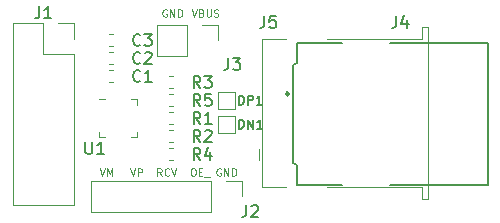
<source format=gbr>
%TF.GenerationSoftware,KiCad,Pcbnew,5.1.6-c6e7f7d~86~ubuntu18.04.1*%
%TF.CreationDate,2021-07-01T18:37:21-07:00*%
%TF.ProjectId,usb_combo_pmod,7573625f-636f-46d6-926f-5f706d6f642e,rev?*%
%TF.SameCoordinates,Original*%
%TF.FileFunction,Legend,Top*%
%TF.FilePolarity,Positive*%
%FSLAX46Y46*%
G04 Gerber Fmt 4.6, Leading zero omitted, Abs format (unit mm)*
G04 Created by KiCad (PCBNEW 5.1.6-c6e7f7d~86~ubuntu18.04.1) date 2021-07-01 18:37:21*
%MOMM*%
%LPD*%
G01*
G04 APERTURE LIST*
%ADD10C,0.114300*%
%ADD11C,0.120000*%
%ADD12C,0.240000*%
%ADD13C,0.127000*%
%ADD14C,0.150000*%
G04 APERTURE END LIST*
D10*
X110768190Y-68516500D02*
X110707714Y-68486261D01*
X110617000Y-68486261D01*
X110526285Y-68516500D01*
X110465809Y-68576976D01*
X110435571Y-68637452D01*
X110405333Y-68758404D01*
X110405333Y-68849119D01*
X110435571Y-68970071D01*
X110465809Y-69030547D01*
X110526285Y-69091023D01*
X110617000Y-69121261D01*
X110677476Y-69121261D01*
X110768190Y-69091023D01*
X110798428Y-69060785D01*
X110798428Y-68849119D01*
X110677476Y-68849119D01*
X111070571Y-69121261D02*
X111070571Y-68486261D01*
X111433428Y-69121261D01*
X111433428Y-68486261D01*
X111735809Y-69121261D02*
X111735809Y-68486261D01*
X111887000Y-68486261D01*
X111977714Y-68516500D01*
X112038190Y-68576976D01*
X112068428Y-68637452D01*
X112098666Y-68758404D01*
X112098666Y-68849119D01*
X112068428Y-68970071D01*
X112038190Y-69030547D01*
X111977714Y-69091023D01*
X111887000Y-69121261D01*
X111735809Y-69121261D01*
X112881833Y-68486261D02*
X113093500Y-69121261D01*
X113305166Y-68486261D01*
X113728500Y-68788642D02*
X113819214Y-68818880D01*
X113849452Y-68849119D01*
X113879690Y-68909595D01*
X113879690Y-69000309D01*
X113849452Y-69060785D01*
X113819214Y-69091023D01*
X113758738Y-69121261D01*
X113516833Y-69121261D01*
X113516833Y-68486261D01*
X113728500Y-68486261D01*
X113788976Y-68516500D01*
X113819214Y-68546738D01*
X113849452Y-68607214D01*
X113849452Y-68667690D01*
X113819214Y-68728166D01*
X113788976Y-68758404D01*
X113728500Y-68788642D01*
X113516833Y-68788642D01*
X114151833Y-68486261D02*
X114151833Y-69000309D01*
X114182071Y-69060785D01*
X114212309Y-69091023D01*
X114272785Y-69121261D01*
X114393738Y-69121261D01*
X114454214Y-69091023D01*
X114484452Y-69060785D01*
X114514690Y-69000309D01*
X114514690Y-68486261D01*
X114786833Y-69091023D02*
X114877547Y-69121261D01*
X115028738Y-69121261D01*
X115089214Y-69091023D01*
X115119452Y-69060785D01*
X115149690Y-69000309D01*
X115149690Y-68939833D01*
X115119452Y-68879357D01*
X115089214Y-68849119D01*
X115028738Y-68818880D01*
X114907785Y-68788642D01*
X114847309Y-68758404D01*
X114817071Y-68728166D01*
X114786833Y-68667690D01*
X114786833Y-68607214D01*
X114817071Y-68546738D01*
X114847309Y-68516500D01*
X114907785Y-68486261D01*
X115058976Y-68486261D01*
X115149690Y-68516500D01*
X115340190Y-81978500D02*
X115279714Y-81948261D01*
X115189000Y-81948261D01*
X115098285Y-81978500D01*
X115037809Y-82038976D01*
X115007571Y-82099452D01*
X114977333Y-82220404D01*
X114977333Y-82311119D01*
X115007571Y-82432071D01*
X115037809Y-82492547D01*
X115098285Y-82553023D01*
X115189000Y-82583261D01*
X115249476Y-82583261D01*
X115340190Y-82553023D01*
X115370428Y-82522785D01*
X115370428Y-82311119D01*
X115249476Y-82311119D01*
X115642571Y-82583261D02*
X115642571Y-81948261D01*
X116005428Y-82583261D01*
X116005428Y-81948261D01*
X116307809Y-82583261D02*
X116307809Y-81948261D01*
X116459000Y-81948261D01*
X116549714Y-81978500D01*
X116610190Y-82038976D01*
X116640428Y-82099452D01*
X116670666Y-82220404D01*
X116670666Y-82311119D01*
X116640428Y-82432071D01*
X116610190Y-82492547D01*
X116549714Y-82553023D01*
X116459000Y-82583261D01*
X116307809Y-82583261D01*
X112948357Y-81948261D02*
X113069309Y-81948261D01*
X113129785Y-81978500D01*
X113190261Y-82038976D01*
X113220500Y-82159928D01*
X113220500Y-82371595D01*
X113190261Y-82492547D01*
X113129785Y-82553023D01*
X113069309Y-82583261D01*
X112948357Y-82583261D01*
X112887880Y-82553023D01*
X112827404Y-82492547D01*
X112797166Y-82371595D01*
X112797166Y-82159928D01*
X112827404Y-82038976D01*
X112887880Y-81978500D01*
X112948357Y-81948261D01*
X113492642Y-82250642D02*
X113704309Y-82250642D01*
X113795023Y-82583261D02*
X113492642Y-82583261D01*
X113492642Y-81948261D01*
X113795023Y-81948261D01*
X113915976Y-82643738D02*
X114399785Y-82643738D01*
X110350904Y-82583261D02*
X110139238Y-82280880D01*
X109988047Y-82583261D02*
X109988047Y-81948261D01*
X110229952Y-81948261D01*
X110290428Y-81978500D01*
X110320666Y-82008738D01*
X110350904Y-82069214D01*
X110350904Y-82159928D01*
X110320666Y-82220404D01*
X110290428Y-82250642D01*
X110229952Y-82280880D01*
X109988047Y-82280880D01*
X110985904Y-82522785D02*
X110955666Y-82553023D01*
X110864952Y-82583261D01*
X110804476Y-82583261D01*
X110713761Y-82553023D01*
X110653285Y-82492547D01*
X110623047Y-82432071D01*
X110592809Y-82311119D01*
X110592809Y-82220404D01*
X110623047Y-82099452D01*
X110653285Y-82038976D01*
X110713761Y-81978500D01*
X110804476Y-81948261D01*
X110864952Y-81948261D01*
X110955666Y-81978500D01*
X110985904Y-82008738D01*
X111167333Y-81948261D02*
X111379000Y-82583261D01*
X111590666Y-81948261D01*
X107674833Y-81948261D02*
X107886500Y-82583261D01*
X108098166Y-81948261D01*
X108309833Y-82583261D02*
X108309833Y-81948261D01*
X108551738Y-81948261D01*
X108612214Y-81978500D01*
X108642452Y-82008738D01*
X108672690Y-82069214D01*
X108672690Y-82159928D01*
X108642452Y-82220404D01*
X108612214Y-82250642D01*
X108551738Y-82280880D01*
X108309833Y-82280880D01*
X105089476Y-81948261D02*
X105301142Y-82583261D01*
X105512809Y-81948261D01*
X105724476Y-82583261D02*
X105724476Y-81948261D01*
X105936142Y-82401833D01*
X106147809Y-81948261D01*
X106147809Y-82583261D01*
D11*
%TO.C,J1*%
X102930000Y-69663000D02*
X101600000Y-69663000D01*
X102930000Y-70993000D02*
X102930000Y-69663000D01*
X100330000Y-69663000D02*
X97730000Y-69663000D01*
X100330000Y-72263000D02*
X100330000Y-69663000D01*
X102930000Y-72263000D02*
X100330000Y-72263000D01*
X97730000Y-69663000D02*
X97730000Y-85023000D01*
X102930000Y-72263000D02*
X102930000Y-85023000D01*
X102930000Y-85023000D02*
X97730000Y-85023000D01*
%TO.C,U1*%
X105512000Y-76114000D02*
X105037000Y-76114000D01*
X108257000Y-79334000D02*
X108257000Y-78859000D01*
X107782000Y-79334000D02*
X108257000Y-79334000D01*
X105037000Y-79334000D02*
X105037000Y-78859000D01*
X105512000Y-79334000D02*
X105037000Y-79334000D01*
X108257000Y-76114000D02*
X108257000Y-76589000D01*
X107782000Y-76114000D02*
X108257000Y-76114000D01*
%TO.C,R5*%
X111282267Y-75690000D02*
X110939733Y-75690000D01*
X111282267Y-76710000D02*
X110939733Y-76710000D01*
%TO.C,R4*%
X111282267Y-80262000D02*
X110939733Y-80262000D01*
X111282267Y-81282000D02*
X110939733Y-81282000D01*
%TO.C,R3*%
X111282267Y-74166000D02*
X110939733Y-74166000D01*
X111282267Y-75186000D02*
X110939733Y-75186000D01*
%TO.C,R2*%
X111282267Y-78738000D02*
X110939733Y-78738000D01*
X111282267Y-79758000D02*
X110939733Y-79758000D01*
%TO.C,R1*%
X111282267Y-77214000D02*
X110939733Y-77214000D01*
X111282267Y-78234000D02*
X110939733Y-78234000D01*
%TO.C,J5*%
X132878000Y-84522000D02*
X132878000Y-70022000D01*
X132878000Y-70022000D02*
X132378000Y-70022000D01*
X132378000Y-70022000D02*
X132378000Y-71022000D01*
X132378000Y-71022000D02*
X124378000Y-71022000D01*
X120878000Y-71022000D02*
X118878000Y-71022000D01*
X118878000Y-71022000D02*
X118878000Y-83522000D01*
X118878000Y-83522000D02*
X120878000Y-83522000D01*
X124378000Y-83522000D02*
X132378000Y-83522000D01*
X132378000Y-83522000D02*
X132378000Y-84522000D01*
X132378000Y-84522000D02*
X132878000Y-84522000D01*
X118628000Y-81272000D02*
X118628000Y-80272000D01*
D12*
%TO.C,J4*%
X121116000Y-75643000D02*
G75*
G03*
X121116000Y-75643000I-120000J0D01*
G01*
D13*
X125646000Y-83343000D02*
X121846000Y-83343000D01*
X137946000Y-83343000D02*
X129646000Y-83343000D01*
X137946000Y-71343000D02*
X137946000Y-83343000D01*
X129646000Y-71343000D02*
X137946000Y-71343000D01*
X121846000Y-71343000D02*
X125646000Y-71343000D01*
X121846000Y-72993000D02*
X121846000Y-71343000D01*
X121446000Y-73193000D02*
X121846000Y-72993000D01*
X121446000Y-81493000D02*
X121446000Y-73193000D01*
X121846000Y-81693000D02*
X121446000Y-81493000D01*
X121846000Y-83343000D02*
X121846000Y-81693000D01*
D11*
%TO.C,J3*%
X115122000Y-69790000D02*
X115122000Y-71120000D01*
X113792000Y-69790000D02*
X115122000Y-69790000D01*
X112522000Y-69790000D02*
X112522000Y-72450000D01*
X112522000Y-72450000D02*
X109922000Y-72450000D01*
X112522000Y-69790000D02*
X109922000Y-69790000D01*
X109922000Y-69790000D02*
X109922000Y-72450000D01*
%TO.C,J2*%
X117154000Y-82998000D02*
X117154000Y-84328000D01*
X115824000Y-82998000D02*
X117154000Y-82998000D01*
X114554000Y-82998000D02*
X114554000Y-85658000D01*
X114554000Y-85658000D02*
X104334000Y-85658000D01*
X114554000Y-82998000D02*
X104334000Y-82998000D01*
X104334000Y-82998000D02*
X104334000Y-85658000D01*
%TO.C,DP1*%
X115124000Y-76900000D02*
X115124000Y-75500000D01*
X116524000Y-76900000D02*
X115124000Y-76900000D01*
X116524000Y-75500000D02*
X116524000Y-76900000D01*
X115124000Y-75500000D02*
X116524000Y-75500000D01*
%TO.C,DN1*%
X115124000Y-78932000D02*
X115124000Y-77532000D01*
X116524000Y-78932000D02*
X115124000Y-78932000D01*
X116524000Y-77532000D02*
X116524000Y-78932000D01*
X115124000Y-77532000D02*
X116524000Y-77532000D01*
%TO.C,C3*%
X106202267Y-70610000D02*
X105859733Y-70610000D01*
X106202267Y-71630000D02*
X105859733Y-71630000D01*
%TO.C,C2*%
X106202267Y-72134000D02*
X105859733Y-72134000D01*
X106202267Y-73154000D02*
X105859733Y-73154000D01*
%TO.C,C1*%
X105859733Y-74678000D02*
X106202267Y-74678000D01*
X105859733Y-73658000D02*
X106202267Y-73658000D01*
%TO.C,J1*%
D14*
X99996666Y-68242380D02*
X99996666Y-68956666D01*
X99949047Y-69099523D01*
X99853809Y-69194761D01*
X99710952Y-69242380D01*
X99615714Y-69242380D01*
X100996666Y-69242380D02*
X100425238Y-69242380D01*
X100710952Y-69242380D02*
X100710952Y-68242380D01*
X100615714Y-68385238D01*
X100520476Y-68480476D01*
X100425238Y-68528095D01*
%TO.C,U1*%
X103886095Y-79716380D02*
X103886095Y-80525904D01*
X103933714Y-80621142D01*
X103981333Y-80668761D01*
X104076571Y-80716380D01*
X104267047Y-80716380D01*
X104362285Y-80668761D01*
X104409904Y-80621142D01*
X104457523Y-80525904D01*
X104457523Y-79716380D01*
X105457523Y-80716380D02*
X104886095Y-80716380D01*
X105171809Y-80716380D02*
X105171809Y-79716380D01*
X105076571Y-79859238D01*
X104981333Y-79954476D01*
X104886095Y-80002095D01*
%TO.C,R5*%
X113625333Y-76652380D02*
X113292000Y-76176190D01*
X113053904Y-76652380D02*
X113053904Y-75652380D01*
X113434857Y-75652380D01*
X113530095Y-75700000D01*
X113577714Y-75747619D01*
X113625333Y-75842857D01*
X113625333Y-75985714D01*
X113577714Y-76080952D01*
X113530095Y-76128571D01*
X113434857Y-76176190D01*
X113053904Y-76176190D01*
X114530095Y-75652380D02*
X114053904Y-75652380D01*
X114006285Y-76128571D01*
X114053904Y-76080952D01*
X114149142Y-76033333D01*
X114387238Y-76033333D01*
X114482476Y-76080952D01*
X114530095Y-76128571D01*
X114577714Y-76223809D01*
X114577714Y-76461904D01*
X114530095Y-76557142D01*
X114482476Y-76604761D01*
X114387238Y-76652380D01*
X114149142Y-76652380D01*
X114053904Y-76604761D01*
X114006285Y-76557142D01*
%TO.C,R4*%
X113625333Y-81224380D02*
X113292000Y-80748190D01*
X113053904Y-81224380D02*
X113053904Y-80224380D01*
X113434857Y-80224380D01*
X113530095Y-80272000D01*
X113577714Y-80319619D01*
X113625333Y-80414857D01*
X113625333Y-80557714D01*
X113577714Y-80652952D01*
X113530095Y-80700571D01*
X113434857Y-80748190D01*
X113053904Y-80748190D01*
X114482476Y-80557714D02*
X114482476Y-81224380D01*
X114244380Y-80176761D02*
X114006285Y-80891047D01*
X114625333Y-80891047D01*
%TO.C,R3*%
X113625333Y-75128380D02*
X113292000Y-74652190D01*
X113053904Y-75128380D02*
X113053904Y-74128380D01*
X113434857Y-74128380D01*
X113530095Y-74176000D01*
X113577714Y-74223619D01*
X113625333Y-74318857D01*
X113625333Y-74461714D01*
X113577714Y-74556952D01*
X113530095Y-74604571D01*
X113434857Y-74652190D01*
X113053904Y-74652190D01*
X113958666Y-74128380D02*
X114577714Y-74128380D01*
X114244380Y-74509333D01*
X114387238Y-74509333D01*
X114482476Y-74556952D01*
X114530095Y-74604571D01*
X114577714Y-74699809D01*
X114577714Y-74937904D01*
X114530095Y-75033142D01*
X114482476Y-75080761D01*
X114387238Y-75128380D01*
X114101523Y-75128380D01*
X114006285Y-75080761D01*
X113958666Y-75033142D01*
%TO.C,R2*%
X113625333Y-79700380D02*
X113292000Y-79224190D01*
X113053904Y-79700380D02*
X113053904Y-78700380D01*
X113434857Y-78700380D01*
X113530095Y-78748000D01*
X113577714Y-78795619D01*
X113625333Y-78890857D01*
X113625333Y-79033714D01*
X113577714Y-79128952D01*
X113530095Y-79176571D01*
X113434857Y-79224190D01*
X113053904Y-79224190D01*
X114006285Y-78795619D02*
X114053904Y-78748000D01*
X114149142Y-78700380D01*
X114387238Y-78700380D01*
X114482476Y-78748000D01*
X114530095Y-78795619D01*
X114577714Y-78890857D01*
X114577714Y-78986095D01*
X114530095Y-79128952D01*
X113958666Y-79700380D01*
X114577714Y-79700380D01*
%TO.C,R1*%
X113625333Y-78176380D02*
X113292000Y-77700190D01*
X113053904Y-78176380D02*
X113053904Y-77176380D01*
X113434857Y-77176380D01*
X113530095Y-77224000D01*
X113577714Y-77271619D01*
X113625333Y-77366857D01*
X113625333Y-77509714D01*
X113577714Y-77604952D01*
X113530095Y-77652571D01*
X113434857Y-77700190D01*
X113053904Y-77700190D01*
X114577714Y-78176380D02*
X114006285Y-78176380D01*
X114292000Y-78176380D02*
X114292000Y-77176380D01*
X114196761Y-77319238D01*
X114101523Y-77414476D01*
X114006285Y-77462095D01*
%TO.C,J5*%
X119046666Y-69048380D02*
X119046666Y-69762666D01*
X118999047Y-69905523D01*
X118903809Y-70000761D01*
X118760952Y-70048380D01*
X118665714Y-70048380D01*
X119999047Y-69048380D02*
X119522857Y-69048380D01*
X119475238Y-69524571D01*
X119522857Y-69476952D01*
X119618095Y-69429333D01*
X119856190Y-69429333D01*
X119951428Y-69476952D01*
X119999047Y-69524571D01*
X120046666Y-69619809D01*
X120046666Y-69857904D01*
X119999047Y-69953142D01*
X119951428Y-70000761D01*
X119856190Y-70048380D01*
X119618095Y-70048380D01*
X119522857Y-70000761D01*
X119475238Y-69953142D01*
%TO.C,J4*%
X130222666Y-69048380D02*
X130222666Y-69762666D01*
X130175047Y-69905523D01*
X130079809Y-70000761D01*
X129936952Y-70048380D01*
X129841714Y-70048380D01*
X131127428Y-69381714D02*
X131127428Y-70048380D01*
X130889333Y-69000761D02*
X130651238Y-69715047D01*
X131270285Y-69715047D01*
%TO.C,J3*%
X115998666Y-72604380D02*
X115998666Y-73318666D01*
X115951047Y-73461523D01*
X115855809Y-73556761D01*
X115712952Y-73604380D01*
X115617714Y-73604380D01*
X116379619Y-72604380D02*
X116998666Y-72604380D01*
X116665333Y-72985333D01*
X116808190Y-72985333D01*
X116903428Y-73032952D01*
X116951047Y-73080571D01*
X116998666Y-73175809D01*
X116998666Y-73413904D01*
X116951047Y-73509142D01*
X116903428Y-73556761D01*
X116808190Y-73604380D01*
X116522476Y-73604380D01*
X116427238Y-73556761D01*
X116379619Y-73509142D01*
%TO.C,J2*%
X117522666Y-85050380D02*
X117522666Y-85764666D01*
X117475047Y-85907523D01*
X117379809Y-86002761D01*
X117236952Y-86050380D01*
X117141714Y-86050380D01*
X117951238Y-85145619D02*
X117998857Y-85098000D01*
X118094095Y-85050380D01*
X118332190Y-85050380D01*
X118427428Y-85098000D01*
X118475047Y-85145619D01*
X118522666Y-85240857D01*
X118522666Y-85336095D01*
X118475047Y-85478952D01*
X117903619Y-86050380D01*
X118522666Y-86050380D01*
%TO.C,DP1*%
D13*
X116912571Y-76544714D02*
X116912571Y-75782714D01*
X117094000Y-75782714D01*
X117202857Y-75819000D01*
X117275428Y-75891571D01*
X117311714Y-75964142D01*
X117348000Y-76109285D01*
X117348000Y-76218142D01*
X117311714Y-76363285D01*
X117275428Y-76435857D01*
X117202857Y-76508428D01*
X117094000Y-76544714D01*
X116912571Y-76544714D01*
X117674571Y-76544714D02*
X117674571Y-75782714D01*
X117964857Y-75782714D01*
X118037428Y-75819000D01*
X118073714Y-75855285D01*
X118110000Y-75927857D01*
X118110000Y-76036714D01*
X118073714Y-76109285D01*
X118037428Y-76145571D01*
X117964857Y-76181857D01*
X117674571Y-76181857D01*
X118835714Y-76544714D02*
X118400285Y-76544714D01*
X118618000Y-76544714D02*
X118618000Y-75782714D01*
X118545428Y-75891571D01*
X118472857Y-75964142D01*
X118400285Y-76000428D01*
%TO.C,DN1*%
X116894428Y-78576714D02*
X116894428Y-77814714D01*
X117075857Y-77814714D01*
X117184714Y-77851000D01*
X117257285Y-77923571D01*
X117293571Y-77996142D01*
X117329857Y-78141285D01*
X117329857Y-78250142D01*
X117293571Y-78395285D01*
X117257285Y-78467857D01*
X117184714Y-78540428D01*
X117075857Y-78576714D01*
X116894428Y-78576714D01*
X117656428Y-78576714D02*
X117656428Y-77814714D01*
X118091857Y-78576714D01*
X118091857Y-77814714D01*
X118853857Y-78576714D02*
X118418428Y-78576714D01*
X118636142Y-78576714D02*
X118636142Y-77814714D01*
X118563571Y-77923571D01*
X118491000Y-77996142D01*
X118418428Y-78032428D01*
%TO.C,C3*%
D14*
X108545333Y-71477142D02*
X108497714Y-71524761D01*
X108354857Y-71572380D01*
X108259619Y-71572380D01*
X108116761Y-71524761D01*
X108021523Y-71429523D01*
X107973904Y-71334285D01*
X107926285Y-71143809D01*
X107926285Y-71000952D01*
X107973904Y-70810476D01*
X108021523Y-70715238D01*
X108116761Y-70620000D01*
X108259619Y-70572380D01*
X108354857Y-70572380D01*
X108497714Y-70620000D01*
X108545333Y-70667619D01*
X108878666Y-70572380D02*
X109497714Y-70572380D01*
X109164380Y-70953333D01*
X109307238Y-70953333D01*
X109402476Y-71000952D01*
X109450095Y-71048571D01*
X109497714Y-71143809D01*
X109497714Y-71381904D01*
X109450095Y-71477142D01*
X109402476Y-71524761D01*
X109307238Y-71572380D01*
X109021523Y-71572380D01*
X108926285Y-71524761D01*
X108878666Y-71477142D01*
%TO.C,C2*%
X108545333Y-73001142D02*
X108497714Y-73048761D01*
X108354857Y-73096380D01*
X108259619Y-73096380D01*
X108116761Y-73048761D01*
X108021523Y-72953523D01*
X107973904Y-72858285D01*
X107926285Y-72667809D01*
X107926285Y-72524952D01*
X107973904Y-72334476D01*
X108021523Y-72239238D01*
X108116761Y-72144000D01*
X108259619Y-72096380D01*
X108354857Y-72096380D01*
X108497714Y-72144000D01*
X108545333Y-72191619D01*
X108926285Y-72191619D02*
X108973904Y-72144000D01*
X109069142Y-72096380D01*
X109307238Y-72096380D01*
X109402476Y-72144000D01*
X109450095Y-72191619D01*
X109497714Y-72286857D01*
X109497714Y-72382095D01*
X109450095Y-72524952D01*
X108878666Y-73096380D01*
X109497714Y-73096380D01*
%TO.C,C1*%
X108545333Y-74525142D02*
X108497714Y-74572761D01*
X108354857Y-74620380D01*
X108259619Y-74620380D01*
X108116761Y-74572761D01*
X108021523Y-74477523D01*
X107973904Y-74382285D01*
X107926285Y-74191809D01*
X107926285Y-74048952D01*
X107973904Y-73858476D01*
X108021523Y-73763238D01*
X108116761Y-73668000D01*
X108259619Y-73620380D01*
X108354857Y-73620380D01*
X108497714Y-73668000D01*
X108545333Y-73715619D01*
X109497714Y-74620380D02*
X108926285Y-74620380D01*
X109212000Y-74620380D02*
X109212000Y-73620380D01*
X109116761Y-73763238D01*
X109021523Y-73858476D01*
X108926285Y-73906095D01*
%TD*%
M02*

</source>
